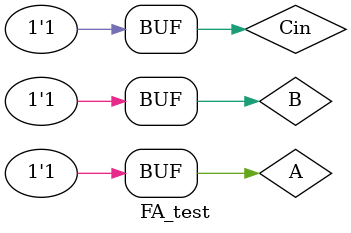
<source format=v>
`timescale 1ns / 1ps


module FA_test;

	// Inputs
	reg A;
	reg B;
	reg Cin;

	// Outputs
	wire Sum;
	wire Cout;

	// Instantiate the Unit Under Test (UUT)
	Full_Adder uut (
		.A(A), 
		.B(B), 
		.Cin(Cin), 
		.Sum(Sum), 
		.Cout(Cout)
	);

	initial begin
		// Initialize Inputs
		A = 0;
		B = 0;
		Cin = 0;

		// Wait 100 ns for global reset to finish
		#100;

		// Add stimulus here
      A = 1;
		B = 0;
		#10;
		B = 1;
		#10;
		Cin = 1;
	end
      
endmodule


</source>
